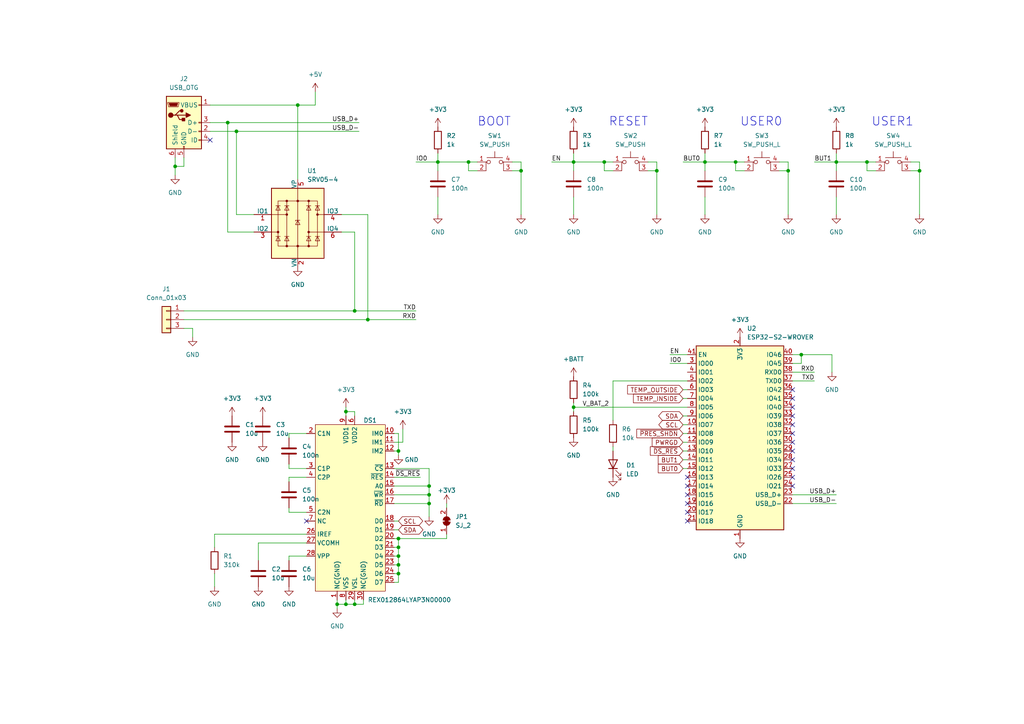
<source format=kicad_sch>
(kicad_sch (version 20211123) (generator eeschema)
  (paper "A4")
  (lib_symbols
    (symbol "Connector:USB_OTG" (pin_names (offset 1.016))
      (property "Reference" "J" (at -5.08 11.43 0))
      (property "Value" "USB_OTG" (at -5.08 8.89 0))
      (symbol "USB_OTG_0_1"
        (rectangle (start -5.08 -7.62) (end 5.08 7.62) (stroke (width 0.254)) (fill (type background)))
        (circle (center -3.81 2.159) (radius 0.635) (stroke (width 0.254)) (fill (type outline)))
        (circle (center -0.635 3.429) (radius 0.381) (stroke (width 0.254)) (fill (type outline)))
        (rectangle (start -0.127 -7.62) (end 0.127 -6.858))
        (polyline (pts (xy -1.905 2.159) (xy 0.635 2.159)) (stroke (width 0.254)))
        (polyline (pts (xy -3.175 2.159) (xy -2.54 2.159) (xy -1.27 3.429) (xy -0.635 3.429)) (stroke (width 0.254)))
        (polyline (pts (xy -2.54 2.159) (xy -1.905 2.159) (xy -1.27 0.889) (xy 0 0.889)) (stroke (width 0.254)))
        (polyline (pts (xy 0.635 2.794) (xy 0.635 1.524) (xy 1.905 2.159) (xy 0.635 2.794)) (stroke (width 0.254)) (fill (type outline)))
        (polyline (pts (xy -4.318 5.588) (xy -1.778 5.588) (xy -2.032 4.826) (xy -4.064 4.826) (xy -4.318 5.588)) (fill (type outline)))
        (polyline (pts (xy -4.699 5.842) (xy -4.699 5.588) (xy -4.445 4.826) (xy -4.445 4.572) (xy -1.651 4.572) (xy -1.651 4.826) (xy -1.397 5.588) (xy -1.397 5.842) (xy -4.699 5.842)))
        (rectangle (start 0.254 1.27) (end -0.508 0.508) (stroke (width 0.254)) (fill (type outline)))
        (rectangle (start 5.08 -5.207) (end 4.318 -4.953))
        (rectangle (start 5.08 -2.667) (end 4.318 -2.413))
        (rectangle (start 5.08 -0.127) (end 4.318 0.127))
        (rectangle (start 5.08 4.953) (end 4.318 5.207))
      )
      (symbol "USB_OTG_1_1"
        (pin passive line (at 7.62 5.08 180) (length 2.54) (name "VBUS") (number "1"))
        (pin bidirectional line (at 7.62 -2.54 180) (length 2.54) (name "D-") (number "2"))
        (pin bidirectional line (at 7.62 0 180) (length 2.54) (name "D+") (number "3"))
        (pin passive line (at 7.62 -5.08 180) (length 2.54) (name "ID") (number "4"))
        (pin passive line (at 0 -10.16 90) (length 2.54) (name "GND") (number "5"))
        (pin passive line (at -2.54 -10.16 90) (length 2.54) (name "Shield") (number "6"))
      )
    )
    (symbol "Connector_Generic:Conn_01x03" (pin_names (offset 1.016) hide)
      (property "Reference" "J" (at 0 5.08 0))
      (property "Value" "Conn_01x03" (at 0 -5.08 0))
      (symbol "Conn_01x03_1_1"
        (rectangle (start -1.27 -2.413) (end 0 -2.667) (stroke (width 0.1524)))
        (rectangle (start -1.27 0.127) (end 0 -0.127) (stroke (width 0.1524)))
        (rectangle (start -1.27 2.667) (end 0 2.413) (stroke (width 0.1524)))
        (rectangle (start -1.27 3.81) (end 1.27 -3.81) (stroke (width 0.254)) (fill (type background)))
        (pin passive line (at -5.08 2.54 0) (length 3.81) (name "Pin_1") (number "1"))
        (pin passive line (at -5.08 0 0) (length 3.81) (name "Pin_2") (number "2"))
        (pin passive line (at -5.08 -2.54 0) (length 3.81) (name "Pin_3") (number "3"))
      )
    )
    (symbol "Device:C" (pin_numbers hide) (pin_names (offset 0.254))
      (property "Reference" "C" (at 0.635 2.54 0))
      (property "Value" "C" (at 0.635 -2.54 0))
      (symbol "C_0_1"
        (polyline (pts (xy -2.032 -0.762) (xy 2.032 -0.762)) (stroke (width 0.508)))
        (polyline (pts (xy -2.032 0.762) (xy 2.032 0.762)) (stroke (width 0.508)))
      )
      (symbol "C_1_1"
        (pin passive line (at 0 3.81 270) (length 2.794) (name "~") (number "1"))
        (pin passive line (at 0 -3.81 90) (length 2.794) (name "~") (number "2"))
      )
    )
    (symbol "Device:LED" (pin_numbers hide) (pin_names (offset 1.016) hide)
      (property "Reference" "D" (at 0 2.54 0))
      (property "Value" "LED" (at 0 -2.54 0))
      (symbol "LED_0_1"
        (polyline (pts (xy -1.27 -1.27) (xy -1.27 1.27)) (stroke (width 0.254)))
        (polyline (pts (xy -1.27 0) (xy 1.27 0)))
        (polyline (pts (xy 1.27 -1.27) (xy 1.27 1.27) (xy -1.27 0) (xy 1.27 -1.27)) (stroke (width 0.254)))
        (polyline (pts (xy -3.048 -0.762) (xy -4.572 -2.286) (xy -3.81 -2.286) (xy -4.572 -2.286) (xy -4.572 -1.524)))
        (polyline (pts (xy -1.778 -0.762) (xy -3.302 -2.286) (xy -2.54 -2.286) (xy -3.302 -2.286) (xy -3.302 -1.524)))
      )
      (symbol "LED_1_1"
        (pin passive line (at -3.81 0 0) (length 2.54) (name "K") (number "1"))
        (pin passive line (at 3.81 0 180) (length 2.54) (name "A") (number "2"))
      )
    )
    (symbol "Device:R" (pin_numbers hide) (pin_names (offset 0))
      (property "Reference" "R" (at 2.032 0 90))
      (property "Value" "R" (at 0 0 90))
      (symbol "R_0_1"
        (rectangle (start -1.016 -2.54) (end 1.016 2.54) (stroke (width 0.254)))
      )
      (symbol "R_1_1"
        (pin passive line (at 0 3.81 270) (length 1.27) (name "~") (number "1"))
        (pin passive line (at 0 -3.81 90) (length 1.27) (name "~") (number "2"))
      )
    )
    (symbol "Jumper:SolderJumper_2_Bridged" (pin_names (offset 0) hide)
      (property "Reference" "JP" (at 0 2.032 0))
      (property "Value" "SolderJumper_2_Bridged" (at 0 -2.54 0))
      (symbol "SolderJumper_2_Bridged_0_1"
        (rectangle (start -0.508 0.508) (end 0.508 -0.508) (fill (type outline)))
        (arc (start -0.254 1.016) (mid -1.27 0) (end -0.254 -1.016))
        (arc (start -0.254 1.016) (mid -1.27 0) (end -0.254 -1.016) (fill (type outline)))
        (polyline (pts (xy -0.254 1.016) (xy -0.254 -1.016)))
        (polyline (pts (xy 0.254 1.016) (xy 0.254 -1.016)))
        (arc (start 0.254 -1.016) (mid 1.27 0) (end 0.254 1.016))
        (arc (start 0.254 -1.016) (mid 1.27 0) (end 0.254 1.016) (fill (type outline)))
      )
      (symbol "SolderJumper_2_Bridged_1_1"
        (pin passive line (at -3.81 0 0) (length 2.54) (name "A") (number "1"))
        (pin passive line (at 3.81 0 180) (length 2.54) (name "B") (number "2"))
      )
    )
    (symbol "Power_Protection:SRV05-4" (pin_names (offset 0))
      (property "Reference" "U" (at -5.08 11.43 0))
      (property "Value" "SRV05-4" (at 2.54 11.43 0))
      (symbol "SRV05-4_0_0"
        (rectangle (start -5.715 6.477) (end 5.715 -6.604))
        (polyline (pts (xy -3.175 -6.604) (xy -3.175 6.477)))
        (polyline (pts (xy 3.175 6.477) (xy 3.175 -6.604)))
      )
      (symbol "SRV05-4_0_1"
        (rectangle (start -7.62 10.16) (end 7.62 -10.16) (stroke (width 0.254)) (fill (type background)))
        (circle (center -5.715 -2.54) (radius 0.2794) (fill (type outline)))
        (circle (center -3.175 -6.604) (radius 0.2794) (fill (type outline)))
        (circle (center -3.175 2.54) (radius 0.2794) (fill (type outline)))
        (circle (center -3.175 6.477) (radius 0.2794) (fill (type outline)))
        (circle (center 0 -6.604) (radius 0.2794) (fill (type outline)))
        (polyline (pts (xy -7.747 2.54) (xy -3.175 2.54)))
        (polyline (pts (xy -7.62 -2.54) (xy -5.715 -2.54)))
        (polyline (pts (xy -5.08 -3.81) (xy -6.35 -3.81)))
        (polyline (pts (xy -5.08 5.08) (xy -6.35 5.08)))
        (polyline (pts (xy -2.54 -3.81) (xy -3.81 -3.81)))
        (polyline (pts (xy -2.54 5.08) (xy -3.81 5.08)))
        (polyline (pts (xy 0 10.16) (xy 0 -10.16)))
        (polyline (pts (xy 3.81 -3.81) (xy 2.54 -3.81)))
        (polyline (pts (xy 3.81 5.08) (xy 2.54 5.08)))
        (polyline (pts (xy 6.35 -3.81) (xy 5.08 -3.81)))
        (polyline (pts (xy 6.35 5.08) (xy 5.08 5.08)))
        (polyline (pts (xy 7.62 -2.54) (xy 3.175 -2.54)))
        (polyline (pts (xy 7.62 2.54) (xy 5.715 2.54)))
        (polyline (pts (xy 0.635 0.889) (xy -0.635 0.889) (xy -0.635 0.635)))
        (polyline (pts (xy -5.08 -5.08) (xy -6.35 -5.08) (xy -5.715 -3.81) (xy -5.08 -5.08)))
        (polyline (pts (xy -5.08 3.81) (xy -6.35 3.81) (xy -5.715 5.08) (xy -5.08 3.81)))
        (polyline (pts (xy -2.54 -5.08) (xy -3.81 -5.08) (xy -3.175 -3.81) (xy -2.54 -5.08)))
        (polyline (pts (xy -2.54 3.81) (xy -3.81 3.81) (xy -3.175 5.08) (xy -2.54 3.81)))
        (polyline (pts (xy 0.635 -0.381) (xy -0.635 -0.381) (xy 0 0.889) (xy 0.635 -0.381)))
        (polyline (pts (xy 3.81 -5.08) (xy 2.54 -5.08) (xy 3.175 -3.81) (xy 3.81 -5.08)))
        (polyline (pts (xy 3.81 3.81) (xy 2.54 3.81) (xy 3.175 5.08) (xy 3.81 3.81)))
        (polyline (pts (xy 6.35 -5.08) (xy 5.08 -5.08) (xy 5.715 -3.81) (xy 6.35 -5.08)))
        (polyline (pts (xy 6.35 3.81) (xy 5.08 3.81) (xy 5.715 5.08) (xy 6.35 3.81)))
        (circle (center 0 6.477) (radius 0.2794) (fill (type outline)))
        (circle (center 3.175 -6.604) (radius 0.2794) (fill (type outline)))
        (circle (center 3.175 -2.54) (radius 0.2794) (fill (type outline)))
        (circle (center 3.175 6.477) (radius 0.2794) (fill (type outline)))
        (circle (center 5.715 2.54) (radius 0.2794) (fill (type outline)))
      )
      (symbol "SRV05-4_1_1"
        (pin passive line (at -12.7 2.54 0) (length 5.08) (name "IO1") (number "1"))
        (pin passive line (at 0 -12.7 90) (length 2.54) (name "VN") (number "2"))
        (pin passive line (at -12.7 -2.54 0) (length 5.08) (name "IO2") (number "3"))
        (pin passive line (at 12.7 2.54 180) (length 5.08) (name "IO3") (number "4"))
        (pin passive line (at 0 12.7 270) (length 2.54) (name "VP") (number "5"))
        (pin passive line (at 12.7 -2.54 180) (length 5.08) (name "IO4") (number "6"))
      )
    )
    (symbol "RF_Module:ESP32-S2-WROVER"
      (property "Reference" "U" (at -12.7 29.21 0))
      (property "Value" "ESP32-S2-WROVER" (at 2.54 29.21 0))
      (symbol "ESP32-S2-WROVER_0_1"
        (rectangle (start -12.7 27.94) (end 12.7 -25.4) (stroke (width 0.254)) (fill (type background)))
      )
      (symbol "ESP32-S2-WROVER_1_1"
        (pin power_in line (at 0 -27.94 90) (length 2.54) (name "GND") (number "1"))
        (pin bidirectional line (at -15.24 5.08 0) (length 2.54) (name "IO07") (number "10"))
        (pin bidirectional line (at -15.24 2.54 0) (length 2.54) (name "IO08") (number "11"))
        (pin bidirectional line (at -15.24 0 0) (length 2.54) (name "IO09") (number "12"))
        (pin bidirectional line (at -15.24 -2.54 0) (length 2.54) (name "IO10") (number "13"))
        (pin bidirectional line (at -15.24 -5.08 0) (length 2.54) (name "IO11") (number "14"))
        (pin bidirectional line (at -15.24 -7.62 0) (length 2.54) (name "IO12") (number "15"))
        (pin bidirectional line (at -15.24 -10.16 0) (length 2.54) (name "IO13") (number "16"))
        (pin bidirectional line (at -15.24 -12.7 0) (length 2.54) (name "IO14") (number "17"))
        (pin bidirectional line (at -15.24 -15.24 0) (length 2.54) (name "IO15") (number "18"))
        (pin bidirectional line (at -15.24 -17.78 0) (length 2.54) (name "IO16") (number "19"))
        (pin power_in line (at 0 30.48 270) (length 2.54) (name "3V3") (number "2"))
        (pin bidirectional line (at -15.24 -20.32 0) (length 2.54) (name "IO17") (number "20"))
        (pin bidirectional line (at -15.24 -22.86 0) (length 2.54) (name "IO18") (number "21"))
        (pin bidirectional line (at 15.24 -17.78 180) (length 2.54) (name "USB_D-") (number "22"))
        (pin bidirectional line (at 15.24 -15.24 180) (length 2.54) (name "USB_D+") (number "23"))
        (pin bidirectional line (at 15.24 -12.7 180) (length 2.54) (name "IO21") (number "24"))
        (pin bidirectional line (at 15.24 -10.16 180) (length 2.54) (name "IO26") (number "25"))
        (pin passive line (at 0 -27.94 90) (length 2.54) hide (name "GND") (number "26"))
        (pin bidirectional line (at 15.24 -7.62 180) (length 2.54) (name "IO33") (number "27"))
        (pin bidirectional line (at 15.24 -5.08 180) (length 2.54) (name "IO34") (number "28"))
        (pin bidirectional line (at 15.24 -2.54 180) (length 2.54) (name "IO35") (number "29"))
        (pin bidirectional line (at -15.24 22.86 0) (length 2.54) (name "IO00") (number "3"))
        (pin bidirectional line (at 15.24 0 180) (length 2.54) (name "IO36") (number "30"))
        (pin bidirectional line (at 15.24 2.54 180) (length 2.54) (name "IO37") (number "31"))
        (pin bidirectional line (at 15.24 5.08 180) (length 2.54) (name "IO38") (number "32"))
        (pin bidirectional line (at 15.24 7.62 180) (length 2.54) (name "IO39") (number "33"))
        (pin bidirectional line (at 15.24 10.16 180) (length 2.54) (name "IO40") (number "34"))
        (pin bidirectional line (at 15.24 12.7 180) (length 2.54) (name "IO41") (number "35"))
        (pin bidirectional line (at 15.24 15.24 180) (length 2.54) (name "IO42") (number "36"))
        (pin bidirectional line (at 15.24 17.78 180) (length 2.54) (name "TXD0") (number "37"))
        (pin bidirectional line (at 15.24 20.32 180) (length 2.54) (name "RXD0") (number "38"))
        (pin bidirectional line (at 15.24 22.86 180) (length 2.54) (name "IO45") (number "39"))
        (pin bidirectional line (at -15.24 20.32 0) (length 2.54) (name "IO01") (number "4"))
        (pin input line (at 15.24 25.4 180) (length 2.54) (name "IO46") (number "40"))
        (pin input line (at -15.24 25.4 0) (length 2.54) (name "EN") (number "41"))
        (pin passive line (at 0 -27.94 90) (length 2.54) hide (name "GND") (number "42"))
        (pin passive line (at 0 -27.94 90) (length 2.54) hide (name "GND") (number "43"))
        (pin bidirectional line (at -15.24 17.78 0) (length 2.54) (name "IO02") (number "5"))
        (pin bidirectional line (at -15.24 15.24 0) (length 2.54) (name "IO03") (number "6"))
        (pin bidirectional line (at -15.24 12.7 0) (length 2.54) (name "IO04") (number "7"))
        (pin bidirectional line (at -15.24 10.16 0) (length 2.54) (name "IO05") (number "8"))
        (pin bidirectional line (at -15.24 7.62 0) (length 2.54) (name "IO06") (number "9"))
      )
    )
    (symbol "Switch:SW_MEC_5E" (pin_names (offset 1.016) hide)
      (property "Reference" "SW" (at 0.635 5.715 0))
      (property "Value" "SW_MEC_5E" (at 0 -3.175 0))
      (symbol "SW_MEC_5E_0_1"
        (circle (center -1.778 2.54) (radius 0.508))
        (polyline (pts (xy -2.286 3.81) (xy 2.286 3.81)))
        (polyline (pts (xy 0 3.81) (xy 0 5.588)))
        (polyline (pts (xy -2.54 0) (xy -2.54 2.54) (xy -2.286 2.54)))
        (polyline (pts (xy 2.54 0) (xy 2.54 2.54) (xy 2.286 2.54)))
        (circle (center 1.778 2.54) (radius 0.508))
        (pin passive line (at -5.08 2.54 0) (length 2.54) (name "1") (number "1"))
        (pin passive line (at -5.08 0 0) (length 2.54) (name "2") (number "2"))
        (pin passive line (at 5.08 0 180) (length 2.54) (name "K") (number "3"))
        (pin passive line (at 5.08 2.54 180) (length 2.54) (name "A") (number "4"))
      )
    )
    (symbol "own:REX012864LYAP3N00000"
      (property "Reference" "DS" (at 6.35 25.4 0))
      (property "Value" "REX012864LYAP3N00000" (at 17.78 -25.4 0))
      (symbol "REX012864LYAP3N00000_0_0"
        (pin unspecified line (at -3.81 -26.67 90) (length 2.54) (name "NC(GND)") (number "1"))
        (pin unspecified line (at 12.7 21.59 180) (length 2.54) (name "IM0") (number "10"))
        (pin unspecified line (at 12.7 19.05 180) (length 2.54) (name "IM1") (number "11"))
        (pin unspecified line (at 12.7 16.51 180) (length 2.54) (name "IM2") (number "12"))
        (pin unspecified line (at 12.7 11.43 180) (length 2.54) (name "~{CS}") (number "13"))
        (pin unspecified line (at 12.7 8.89 180) (length 2.54) (name "~{RES}") (number "14"))
        (pin unspecified line (at 12.7 6.35 180) (length 2.54) (name "A0") (number "15"))
        (pin unspecified line (at 12.7 3.81 180) (length 2.54) (name "~{WR}") (number "16"))
        (pin unspecified line (at 12.7 1.27 180) (length 2.54) (name "~{RD}") (number "17"))
        (pin unspecified line (at 12.7 -3.81 180) (length 2.54) (name "D0") (number "18"))
        (pin unspecified line (at 12.7 -6.35 180) (length 2.54) (name "D1") (number "19"))
        (pin unspecified line (at -12.7 21.59 0) (length 2.54) (name "C1N") (number "2"))
        (pin unspecified line (at 12.7 -8.89 180) (length 2.54) (name "D2") (number "20"))
        (pin unspecified line (at 12.7 -11.43 180) (length 2.54) (name "D3") (number "21"))
        (pin unspecified line (at 12.7 -13.97 180) (length 2.54) (name "D4") (number "22"))
        (pin unspecified line (at 12.7 -16.51 180) (length 2.54) (name "D5") (number "23"))
        (pin unspecified line (at 12.7 -19.05 180) (length 2.54) (name "D6") (number "24"))
        (pin unspecified line (at 12.7 -21.59 180) (length 2.54) (name "D7") (number "25"))
        (pin unspecified line (at -12.7 -7.62 0) (length 2.54) (name "IREF") (number "26"))
        (pin unspecified line (at -12.7 -10.16 0) (length 2.54) (name "VCOMH") (number "27"))
        (pin unspecified line (at -12.7 -13.97 0) (length 2.54) (name "VPP") (number "28"))
        (pin unspecified line (at 1.27 -26.67 90) (length 2.54) (name "VSL") (number "29"))
        (pin unspecified line (at -12.7 11.43 0) (length 2.54) (name "C1P") (number "3"))
        (pin unspecified line (at 3.81 -26.67 90) (length 2.54) (name "NC(GND)") (number "30"))
        (pin unspecified line (at -12.7 8.89 0) (length 2.54) (name "C2P") (number "4"))
        (pin unspecified line (at -12.7 -1.27 0) (length 2.54) (name "C2N") (number "5"))
        (pin unspecified line (at 1.27 26.67 270) (length 2.54) (name "VDD2") (number "6"))
        (pin unspecified line (at -12.7 -3.81 0) (length 2.54) (name "NC") (number "7"))
        (pin unspecified line (at -1.27 -26.67 90) (length 2.54) (name "VSS") (number "8"))
        (pin unspecified line (at -1.27 26.67 270) (length 2.54) (name "VDD1") (number "9"))
      )
      (symbol "REX012864LYAP3N00000_0_1"
        (rectangle (start -10.16 24.13) (end 10.16 -24.13) (fill (type background)))
      )
    )
    (symbol "power:+3V3" (power) (pin_names (offset 0))
      (property "Value" "+3V3" (at 0 3.556 0))
      (symbol "+3V3_0_1"
        (polyline (pts (xy -0.762 1.27) (xy 0 2.54)))
        (polyline (pts (xy 0 0) (xy 0 2.54)))
        (polyline (pts (xy 0 2.54) (xy 0.762 1.27)))
      )
      (symbol "+3V3_1_1"
        (pin power_in line (at 0 0 90) (length 0) hide (name "+3V3") (number "1"))
      )
    )
    (symbol "power:+5V" (power) (pin_names (offset 0))
      (property "Value" "+5V" (at 0 3.556 0))
      (symbol "+5V_0_1"
        (polyline (pts (xy -0.762 1.27) (xy 0 2.54)))
        (polyline (pts (xy 0 0) (xy 0 2.54)))
        (polyline (pts (xy 0 2.54) (xy 0.762 1.27)))
      )
      (symbol "+5V_1_1"
        (pin power_in line (at 0 0 90) (length 0) hide (name "+5V") (number "1"))
      )
    )
    (symbol "power:+BATT" (power) (pin_names (offset 0))
      (property "Value" "+BATT" (at 0 3.556 0))
      (symbol "+BATT_0_1"
        (polyline (pts (xy -0.762 1.27) (xy 0 2.54)))
        (polyline (pts (xy 0 0) (xy 0 2.54)))
        (polyline (pts (xy 0 2.54) (xy 0.762 1.27)))
      )
      (symbol "+BATT_1_1"
        (pin power_in line (at 0 0 90) (length 0) hide (name "+BATT") (number "1"))
      )
    )
    (symbol "power:GND" (power) (pin_names (offset 0))
      (property "Value" "GND" (at 0 -3.81 0))
      (symbol "GND_0_1"
        (polyline (pts (xy 0 0) (xy 0 -1.27) (xy 1.27 -1.27) (xy 0 -2.54) (xy -1.27 -1.27) (xy 0 -1.27)))
      )
      (symbol "GND_1_1"
        (pin power_in line (at 0 0 270) (length 0) hide (name "GND") (number "1"))
      )
    )
  )
  (junction (at 100.33 175.26))
  (junction (at 115.57 156.21))
  (junction (at 175.26 46.99))
  (junction (at 228.6 49.53))
  (junction (at 100.33 119.38))
  (junction (at 68.58 38.1))
  (junction (at 97.79 175.26))
  (junction (at 166.37 46.99))
  (junction (at 190.5 49.53))
  (junction (at 232.41 102.87))
  (junction (at 102.87 175.26))
  (junction (at 115.57 158.75))
  (junction (at 106.68 92.71))
  (junction (at 266.7 49.53))
  (junction (at 124.46 146.05))
  (junction (at 213.36 46.99))
  (junction (at 50.8 48.26))
  (junction (at 102.87 90.17))
  (junction (at 86.36 30.48))
  (junction (at 166.37 118.11))
  (junction (at 135.89 46.99))
  (junction (at 151.13 49.53))
  (junction (at 251.46 46.99))
  (junction (at 115.57 130.81))
  (junction (at 124.46 143.51))
  (junction (at 66.04 35.56))
  (junction (at 115.57 163.83))
  (junction (at 115.57 166.37))
  (junction (at 204.47 46.99))
  (junction (at 242.57 46.99))
  (junction (at 115.57 161.29))
  (junction (at 124.46 140.97))
  (junction (at 127 46.99))
  (no_connect (at 229.87 113.03))
  (no_connect (at 229.87 115.57))
  (no_connect (at 229.87 118.11))
  (no_connect (at 229.87 140.97))
  (no_connect (at 229.87 130.81))
  (no_connect (at 229.87 133.35))
  (no_connect (at 229.87 135.89))
  (no_connect (at 229.87 138.43))
  (no_connect (at 199.39 151.13))
  (no_connect (at 199.39 138.43))
  (no_connect (at 199.39 140.97))
  (no_connect (at 199.39 143.51))
  (no_connect (at 199.39 146.05))
  (no_connect (at 199.39 148.59))
  (no_connect (at 229.87 120.65))
  (no_connect (at 229.87 123.19))
  (no_connect (at 229.87 125.73))
  (no_connect (at 229.87 128.27))
  (no_connect (at 60.96 40.64))
  (no_connect (at 88.9 151.13))
  (wire (pts (xy 151.13 46.99) (xy 148.59 46.99)))
  (wire (pts (xy 228.6 49.53) (xy 228.6 46.99)))
  (wire (pts (xy 74.93 162.56) (xy 74.93 157.48)))
  (wire (pts (xy 120.65 46.99) (xy 127 46.99)))
  (wire (pts (xy 124.46 135.89) (xy 124.46 140.97)))
  (wire (pts (xy 97.79 175.26) (xy 97.79 176.53)))
  (wire (pts (xy 198.12 135.89) (xy 199.39 135.89)))
  (wire (pts (xy 175.26 46.99) (xy 177.8 46.99)))
  (wire (pts (xy 53.34 90.17) (xy 102.87 90.17)))
  (wire (pts (xy 229.87 110.49) (xy 236.22 110.49)))
  (wire (pts (xy 102.87 175.26) (xy 105.41 175.26)))
  (wire (pts (xy 88.9 125.73) (xy 83.82 125.73)))
  (wire (pts (xy 62.23 170.18) (xy 62.23 166.37)))
  (wire (pts (xy 198.12 133.35) (xy 199.39 133.35)))
  (wire (pts (xy 115.57 125.73) (xy 115.57 130.81)))
  (wire (pts (xy 97.79 173.99) (xy 97.79 175.26)))
  (wire (pts (xy 114.3 138.43) (xy 121.92 138.43)))
  (wire (pts (xy 160.02 46.99) (xy 166.37 46.99)))
  (wire (pts (xy 228.6 49.53) (xy 228.6 62.23)))
  (wire (pts (xy 60.96 30.48) (xy 86.36 30.48)))
  (wire (pts (xy 242.57 44.45) (xy 242.57 46.99)))
  (wire (pts (xy 53.34 48.26) (xy 53.34 45.72)))
  (wire (pts (xy 151.13 46.99) (xy 151.13 49.53)))
  (wire (pts (xy 105.41 175.26) (xy 105.41 173.99)))
  (wire (pts (xy 62.23 154.94) (xy 88.9 154.94)))
  (wire (pts (xy 242.57 57.15) (xy 242.57 62.23)))
  (wire (pts (xy 148.59 49.53) (xy 151.13 49.53)))
  (wire (pts (xy 116.84 128.27) (xy 116.84 124.46)))
  (wire (pts (xy 166.37 118.11) (xy 199.39 118.11)))
  (wire (pts (xy 198.12 128.27) (xy 199.39 128.27)))
  (wire (pts (xy 138.43 49.53) (xy 135.89 49.53)))
  (wire (pts (xy 127 57.15) (xy 127 62.23)))
  (wire (pts (xy 50.8 48.26) (xy 50.8 50.8)))
  (wire (pts (xy 114.3 143.51) (xy 124.46 143.51)))
  (wire (pts (xy 190.5 49.53) (xy 190.5 62.23)))
  (wire (pts (xy 177.8 110.49) (xy 177.8 121.92)))
  (wire (pts (xy 114.3 168.91) (xy 115.57 168.91)))
  (wire (pts (xy 236.22 46.99) (xy 242.57 46.99)))
  (wire (pts (xy 114.3 128.27) (xy 116.84 128.27)))
  (wire (pts (xy 60.96 35.56) (xy 66.04 35.56)))
  (wire (pts (xy 204.47 46.99) (xy 204.47 49.53)))
  (wire (pts (xy 115.57 158.75) (xy 115.57 156.21)))
  (wire (pts (xy 102.87 90.17) (xy 120.65 90.17)))
  (wire (pts (xy 187.96 49.53) (xy 190.5 49.53)))
  (wire (pts (xy 50.8 45.72) (xy 50.8 48.26)))
  (wire (pts (xy 166.37 57.15) (xy 166.37 62.23)))
  (wire (pts (xy 83.82 161.29) (xy 88.9 161.29)))
  (wire (pts (xy 114.3 161.29) (xy 115.57 161.29)))
  (wire (pts (xy 204.47 44.45) (xy 204.47 46.99)))
  (wire (pts (xy 124.46 143.51) (xy 124.46 140.97)))
  (wire (pts (xy 177.8 49.53) (xy 175.26 49.53)))
  (wire (pts (xy 251.46 46.99) (xy 254 46.99)))
  (wire (pts (xy 100.33 119.38) (xy 102.87 119.38)))
  (wire (pts (xy 106.68 62.23) (xy 106.68 92.71)))
  (wire (pts (xy 114.3 125.73) (xy 115.57 125.73)))
  (wire (pts (xy 229.87 105.41) (xy 232.41 105.41)))
  (wire (pts (xy 100.33 118.11) (xy 100.33 119.38)))
  (wire (pts (xy 62.23 154.94) (xy 62.23 158.75)))
  (wire (pts (xy 151.13 49.53) (xy 151.13 62.23)))
  (wire (pts (xy 91.44 30.48) (xy 91.44 26.67)))
  (wire (pts (xy 232.41 102.87) (xy 229.87 102.87)))
  (wire (pts (xy 127 44.45) (xy 127 46.99)))
  (wire (pts (xy 66.04 35.56) (xy 104.14 35.56)))
  (wire (pts (xy 127 46.99) (xy 127 49.53)))
  (wire (pts (xy 88.9 138.43) (xy 83.82 138.43)))
  (wire (pts (xy 166.37 44.45) (xy 166.37 46.99)))
  (wire (pts (xy 115.57 130.81) (xy 115.57 132.08)))
  (wire (pts (xy 124.46 149.86) (xy 124.46 146.05)))
  (wire (pts (xy 213.36 46.99) (xy 215.9 46.99)))
  (wire (pts (xy 266.7 46.99) (xy 266.7 49.53)))
  (wire (pts (xy 229.87 146.05) (xy 242.57 146.05)))
  (wire (pts (xy 114.3 163.83) (xy 115.57 163.83)))
  (wire (pts (xy 106.68 62.23) (xy 99.06 62.23)))
  (wire (pts (xy 198.12 113.03) (xy 199.39 113.03)))
  (wire (pts (xy 83.82 162.56) (xy 83.82 161.29)))
  (wire (pts (xy 106.68 92.71) (xy 120.65 92.71)))
  (wire (pts (xy 241.3 107.95) (xy 241.3 102.87)))
  (wire (pts (xy 177.8 129.54) (xy 177.8 130.81)))
  (wire (pts (xy 102.87 67.31) (xy 102.87 90.17)))
  (wire (pts (xy 100.33 175.26) (xy 102.87 175.26)))
  (wire (pts (xy 100.33 119.38) (xy 100.33 120.65)))
  (wire (pts (xy 124.46 146.05) (xy 124.46 143.51)))
  (wire (pts (xy 114.3 140.97) (xy 124.46 140.97)))
  (wire (pts (xy 124.46 135.89) (xy 114.3 135.89)))
  (wire (pts (xy 66.04 35.56) (xy 66.04 67.31)))
  (wire (pts (xy 226.06 49.53) (xy 228.6 49.53)))
  (wire (pts (xy 198.12 130.81) (xy 199.39 130.81)))
  (wire (pts (xy 229.87 107.95) (xy 236.22 107.95)))
  (wire (pts (xy 198.12 115.57) (xy 199.39 115.57)))
  (wire (pts (xy 175.26 46.99) (xy 175.26 49.53)))
  (wire (pts (xy 266.7 49.53) (xy 266.7 62.23)))
  (wire (pts (xy 115.57 153.67) (xy 114.3 153.67)))
  (wire (pts (xy 83.82 138.43) (xy 83.82 139.7)))
  (wire (pts (xy 114.3 130.81) (xy 115.57 130.81)))
  (wire (pts (xy 115.57 168.91) (xy 115.57 166.37)))
  (wire (pts (xy 60.96 38.1) (xy 68.58 38.1)))
  (wire (pts (xy 88.9 148.59) (xy 83.82 148.59)))
  (wire (pts (xy 73.66 62.23) (xy 68.58 62.23)))
  (wire (pts (xy 228.6 46.99) (xy 226.06 46.99)))
  (wire (pts (xy 115.57 166.37) (xy 115.57 163.83)))
  (wire (pts (xy 102.87 119.38) (xy 102.87 120.65)))
  (wire (pts (xy 198.12 125.73) (xy 199.39 125.73)))
  (wire (pts (xy 194.31 105.41) (xy 199.39 105.41)))
  (wire (pts (xy 127 46.99) (xy 135.89 46.99)))
  (wire (pts (xy 53.34 92.71) (xy 106.68 92.71)))
  (wire (pts (xy 102.87 175.26) (xy 102.87 173.99)))
  (wire (pts (xy 50.8 48.26) (xy 53.34 48.26)))
  (wire (pts (xy 114.3 166.37) (xy 115.57 166.37)))
  (wire (pts (xy 204.47 57.15) (xy 204.47 62.23)))
  (wire (pts (xy 194.31 102.87) (xy 199.39 102.87)))
  (wire (pts (xy 215.9 49.53) (xy 213.36 49.53)))
  (wire (pts (xy 242.57 46.99) (xy 242.57 49.53)))
  (wire (pts (xy 166.37 46.99) (xy 175.26 46.99)))
  (wire (pts (xy 135.89 49.53) (xy 135.89 46.99)))
  (wire (pts (xy 114.3 146.05) (xy 124.46 146.05)))
  (wire (pts (xy 83.82 135.89) (xy 83.82 134.62)))
  (wire (pts (xy 251.46 49.53) (xy 251.46 46.99)))
  (wire (pts (xy 166.37 116.84) (xy 166.37 118.11)))
  (wire (pts (xy 55.88 95.25) (xy 53.34 95.25)))
  (wire (pts (xy 198.12 120.65) (xy 199.39 120.65)))
  (wire (pts (xy 204.47 46.99) (xy 213.36 46.99)))
  (wire (pts (xy 229.87 143.51) (xy 242.57 143.51)))
  (wire (pts (xy 198.12 123.19) (xy 199.39 123.19)))
  (wire (pts (xy 114.3 158.75) (xy 115.57 158.75)))
  (wire (pts (xy 242.57 46.99) (xy 251.46 46.99)))
  (wire (pts (xy 68.58 38.1) (xy 104.14 38.1)))
  (wire (pts (xy 241.3 102.87) (xy 232.41 102.87)))
  (wire (pts (xy 232.41 102.87) (xy 232.41 105.41)))
  (wire (pts (xy 166.37 118.11) (xy 166.37 119.38)))
  (wire (pts (xy 135.89 46.99) (xy 138.43 46.99)))
  (wire (pts (xy 254 49.53) (xy 251.46 49.53)))
  (wire (pts (xy 129.54 156.21) (xy 129.54 154.94)))
  (wire (pts (xy 166.37 46.99) (xy 166.37 49.53)))
  (wire (pts (xy 68.58 38.1) (xy 68.58 62.23)))
  (wire (pts (xy 102.87 67.31) (xy 99.06 67.31)))
  (wire (pts (xy 115.57 156.21) (xy 129.54 156.21)))
  (wire (pts (xy 266.7 46.99) (xy 264.16 46.99)))
  (wire (pts (xy 86.36 30.48) (xy 91.44 30.48)))
  (wire (pts (xy 213.36 49.53) (xy 213.36 46.99)))
  (wire (pts (xy 190.5 46.99) (xy 187.96 46.99)))
  (wire (pts (xy 55.88 97.79) (xy 55.88 95.25)))
  (wire (pts (xy 88.9 135.89) (xy 83.82 135.89)))
  (wire (pts (xy 115.57 163.83) (xy 115.57 161.29)))
  (wire (pts (xy 97.79 175.26) (xy 100.33 175.26)))
  (wire (pts (xy 66.04 67.31) (xy 73.66 67.31)))
  (wire (pts (xy 190.5 46.99) (xy 190.5 49.53)))
  (wire (pts (xy 264.16 49.53) (xy 266.7 49.53)))
  (wire (pts (xy 83.82 125.73) (xy 83.82 127)))
  (wire (pts (xy 86.36 30.48) (xy 86.36 52.07)))
  (wire (pts (xy 114.3 156.21) (xy 115.57 156.21)))
  (wire (pts (xy 115.57 161.29) (xy 115.57 158.75)))
  (wire (pts (xy 100.33 173.99) (xy 100.33 175.26)))
  (wire (pts (xy 129.54 147.32) (xy 129.54 146.05)))
  (wire (pts (xy 74.93 157.48) (xy 88.9 157.48)))
  (wire (pts (xy 177.8 110.49) (xy 199.39 110.49)))
  (wire (pts (xy 198.12 46.99) (xy 204.47 46.99)))
  (wire (pts (xy 83.82 148.59) (xy 83.82 147.32)))
  (wire (pts (xy 115.57 151.13) (xy 114.3 151.13)))
  (text "USER0\n" (at 214.63 36.83 0) (effects (font (size 2.5 2.5)) (justify left bottom)))
  (text "RESET\n" (at 176.53 36.83 0) (effects (font (size 2.5 2.5)) (justify left bottom)))
  (text "USER1\n" (at 252.73 36.83 0) (effects (font (size 2.5 2.5)) (justify left bottom)))
  (text "BOOT" (at 138.43 36.83 0) (effects (font (size 2.5 2.5)) (justify left bottom)))
  (label "USB_D+" (at 242.57 143.51 180))
  (label "RXD" (at 236.22 107.95 180))
  (label "TXD" (at 236.22 110.49 180))
  (label "RXD" (at 120.65 92.71 180))
  (label "BUT0" (at 198.12 46.99 0))
  (label "~{DS_RES}" (at 121.92 138.43 180))
  (label "USB_D-" (at 104.14 38.1 180))
  (label "IO0" (at 194.31 105.41 0))
  (label "BUT1" (at 236.22 46.99 0))
  (label "EN" (at 160.02 46.99 0))
  (label "USB_D+" (at 104.14 35.56 180))
  (label "V_BAT_2" (at 168.91 118.11 0))
  (label "EN" (at 194.31 102.87 0))
  (label "IO0" (at 120.65 46.99 0))
  (label "TXD" (at 120.65 90.17 180))
  (label "USB_D-" (at 242.57 146.05 180))
  (global_label "SCL" (shape bidirectional) (at 198.12 123.19 180) (property "Intersheet References" "${INTERSHEET_REFS}" (effects hide)))
  (global_label "TEMP_OUTSIDE" (shape input) (at 198.12 113.03 180) (property "Intersheet References" "${INTERSHEET_REFS}" (effects hide)))
  (global_label "~{PRES_SHDN}" (shape input) (at 198.12 125.73 180) (property "Intersheet References" "${INTERSHEET_REFS}" (effects hide)))
  (global_label "BUT1" (shape input) (at 198.12 133.35 180) (property "Intersheet References" "${INTERSHEET_REFS}" (effects hide)))
  (global_label "SDA" (shape bidirectional) (at 115.57 153.67 0) (property "Intersheet References" "${INTERSHEET_REFS}" (effects hide)))
  (global_label "BUT0" (shape input) (at 198.12 135.89 180) (property "Intersheet References" "${INTERSHEET_REFS}" (effects hide)))
  (global_label "~{DS_RES}" (shape input) (at 198.12 130.81 180) (property "Intersheet References" "${INTERSHEET_REFS}" (effects hide)))
  (global_label "PWRGD" (shape input) (at 198.12 128.27 180) (property "Intersheet References" "${INTERSHEET_REFS}" (effects hide)))
  (global_label "SCL" (shape bidirectional) (at 115.57 151.13 0) (property "Intersheet References" "${INTERSHEET_REFS}" (effects hide)))
  (global_label "SDA" (shape bidirectional) (at 198.12 120.65 180) (property "Intersheet References" "${INTERSHEET_REFS}" (effects hide)))
  (global_label "TEMP_INSIDE" (shape input) (at 198.12 115.57 180) (property "Intersheet References" "${INTERSHEET_REFS}" (effects hide)))
  (symbol (lib_id "power:GND") (at 67.31 128.27 0) (unit 1)
    (property "Reference" "#PWR05" (effects hide))
    (property "Value" "GND" (at 67.31 133.35 0))
  )
  (symbol (lib_id "Connector_Generic:Conn_01x03") (at 48.26 92.71 0) (mirror y) (unit 1)
    (property "Reference" "J1" (at 48.26 83.82 0))
    (property "Value" "Conn_01x03" (at 48.26 86.36 0))
    (property "Footprint" "Connector_PinHeader_2.54mm:PinHeader_1x03_P2.54mm_Vertical" (effects hide))
  )
  (symbol (lib_id "power:GND") (at 97.79 176.53 0) (unit 1)
    (property "Reference" "#PWR012" (effects hide))
    (property "Value" "GND" (at 97.79 181.61 0))
  )
  (symbol (lib_id "Connector:USB_OTG") (at 53.34 35.56 0) (unit 1)
    (property "Reference" "J2" (at 53.34 22.86 0))
    (property "Value" "USB_OTG" (at 53.34 25.4 0))
    (property "Footprint" "Connector_USB:USB_Micro-AB_Molex_47590-0001" (effects hide))
    (property "Datasheet" " ~" (effects hide))
  )
  (symbol (lib_id "power:+3V3") (at 116.84 124.46 0) (unit 1)
    (property "Reference" "#PWR015" (effects hide))
    (property "Value" "+3V3" (at 116.84 119.38 0))
  )
  (symbol (lib_id "Switch:SW_MEC_5E") (at 220.98 49.53 0) (unit 1)
    (property "Reference" "SW3" (at 220.98 39.37 0))
    (property "Value" "SW_PUSH_L" (at 220.98 41.91 0))
    (property "Footprint" "Button_Switch_THT:SW_TH_Tactile_Omron_B3F-10xx" (effects hide))
    (property "Datasheet" "http://www.apem.com/int/index.php?controller=attachment&id_attachment=1371" (effects hide))
  )
  (symbol (lib_id "Device:C") (at 242.57 53.34 0) (unit 1)
    (property "Reference" "C10" (at 246.38 52.0699 0) (effects (justify left)))
    (property "Value" "100n" (at 246.38 54.6099 0) (effects (justify left)))
    (property "Footprint" "Capacitor_SMD:C_0805_2012Metric" (effects hide))
  )
  (symbol (lib_id "Switch:SW_MEC_5E") (at 259.08 49.53 0) (unit 1)
    (property "Reference" "SW4" (at 259.08 39.37 0))
    (property "Value" "SW_PUSH_L" (at 259.08 41.91 0))
    (property "Footprint" "Button_Switch_THT:SW_TH_Tactile_Omron_B3F-10xx" (effects hide))
    (property "Datasheet" "http://www.apem.com/int/index.php?controller=attachment&id_attachment=1371" (effects hide))
  )
  (symbol (lib_id "power:+3V3") (at 242.57 36.83 0) (unit 1)
    (property "Reference" "#PWR033" (effects hide))
    (property "Value" "+3V3" (at 242.57 31.75 0))
  )
  (symbol (lib_id "power:GND") (at 228.6 62.23 0) (unit 1)
    (property "Reference" "#PWR031" (effects hide))
    (property "Value" "GND" (at 228.6 67.31 0))
  )
  (symbol (lib_id "Device:C") (at 67.31 124.46 0) (unit 1)
    (property "Reference" "C1" (at 71.12 123.1899 0) (effects (justify left)))
    (property "Value" "10u" (at 71.12 125.7299 0) (effects (justify left)))
    (property "Footprint" "Capacitor_SMD:C_0805_2012Metric" (effects hide))
  )
  (symbol (lib_id "power:GND") (at 115.57 132.08 0) (unit 1)
    (property "Reference" "#PWR014" (effects hide))
    (property "Value" "GND" (at 119.38 133.35 0))
  )
  (symbol (lib_id "power:+3V3") (at 100.33 118.11 0) (unit 1)
    (property "Reference" "#PWR013" (effects hide))
    (property "Value" "+3V3" (at 100.33 113.03 0))
  )
  (symbol (lib_id "power:+3V3") (at 76.2 120.65 0) (unit 1)
    (property "Reference" "#PWR07" (effects hide))
    (property "Value" "+3V3" (at 76.2 115.57 0))
  )
  (symbol (lib_id "Power_Protection:SRV05-4") (at 86.36 64.77 0) (unit 1)
    (property "Reference" "U1" (at 89.1287 49.53 0) (effects (justify left)))
    (property "Value" "SRV05-4" (at 89.1287 52.07 0) (effects (justify left)))
    (property "Footprint" "Package_TO_SOT_SMD:SOT-23-6" (effects hide))
    (property "Datasheet" "http://www.onsemi.com/pub/Collateral/SRV05-4-D.PDF" (effects hide))
  )
  (symbol (lib_id "power:+5V") (at 91.44 26.67 0) (unit 1)
    (property "Reference" "#PWR011" (effects hide))
    (property "Value" "+5V" (at 91.44 21.59 0))
  )
  (symbol (lib_id "power:GND") (at 214.63 156.21 0) (unit 1)
    (property "Reference" "#PWR030" (effects hide))
    (property "Value" "GND" (at 214.63 161.29 0))
  )
  (symbol (lib_id "power:GND") (at 166.37 127 0) (unit 1)
    (property "Reference" "#PWR024" (effects hide))
    (property "Value" "GND" (at 166.37 132.08 0))
  )
  (symbol (lib_id "power:+3V3") (at 67.31 120.65 0) (unit 1)
    (property "Reference" "#PWR04" (effects hide))
    (property "Value" "+3V3" (at 67.31 115.57 0))
  )
  (symbol (lib_id "power:GND") (at 241.3 107.95 0) (unit 1)
    (property "Reference" "#PWR032" (effects hide))
    (property "Value" "GND" (at 241.3 113.03 0))
  )
  (symbol (lib_id "power:GND") (at 124.46 149.86 0) (unit 1)
    (property "Reference" "#PWR016" (effects hide))
    (property "Value" "GND" (at 124.46 154.94 0))
  )
  (symbol (lib_id "power:GND") (at 55.88 97.79 0) (unit 1)
    (property "Reference" "#PWR02" (effects hide))
    (property "Value" "GND" (at 55.88 102.87 0))
  )
  (symbol (lib_id "Device:C") (at 83.82 166.37 0) (unit 1)
    (property "Reference" "C6" (at 87.63 165.0999 0) (effects (justify left)))
    (property "Value" "10u" (at 87.63 167.6399 0) (effects (justify left)))
    (property "Footprint" "Capacitor_SMD:C_0805_2012Metric" (effects hide))
  )
  (symbol (lib_id "power:+3V3") (at 166.37 36.83 0) (unit 1)
    (property "Reference" "#PWR021" (effects hide))
    (property "Value" "+3V3" (at 166.37 31.75 0))
  )
  (symbol (lib_id "Device:C") (at 83.82 143.51 0) (unit 1)
    (property "Reference" "C5" (at 87.63 142.2399 0) (effects (justify left)))
    (property "Value" "100n" (at 87.63 144.7799 0) (effects (justify left)))
    (property "Footprint" "Capacitor_SMD:C_0805_2012Metric" (effects hide))
  )
  (symbol (lib_id "power:GND") (at 242.57 62.23 0) (unit 1)
    (property "Reference" "#PWR034" (effects hide))
    (property "Value" "GND" (at 242.57 67.31 0))
  )
  (symbol (lib_id "power:GND") (at 151.13 62.23 0) (unit 1)
    (property "Reference" "#PWR020" (effects hide))
    (property "Value" "GND" (at 151.13 67.31 0))
  )
  (symbol (lib_id "Device:C") (at 166.37 53.34 0) (unit 1)
    (property "Reference" "C8" (at 170.18 52.0699 0) (effects (justify left)))
    (property "Value" "100n" (at 170.18 54.6099 0) (effects (justify left)))
    (property "Footprint" "Capacitor_SMD:C_0805_2012Metric" (effects hide))
  )
  (symbol (lib_id "Switch:SW_MEC_5E") (at 143.51 49.53 0) (unit 1)
    (property "Reference" "SW1" (at 143.51 39.37 0))
    (property "Value" "SW_PUSH" (at 143.51 41.91 0))
    (property "Footprint" "Button_Switch_SMD:SW_SPST_Omron_B3FS-100xP" (effects hide))
    (property "Datasheet" "http://www.apem.com/int/index.php?controller=attachment&id_attachment=1371" (effects hide))
  )
  (symbol (lib_id "power:+3V3") (at 129.54 146.05 0) (unit 1)
    (property "Reference" "#PWR019" (effects hide))
    (property "Value" "+3V3" (at 129.54 142.24 0))
  )
  (symbol (lib_id "power:GND") (at 166.37 62.23 0) (unit 1)
    (property "Reference" "#PWR022" (effects hide))
    (property "Value" "GND" (at 166.37 67.31 0))
  )
  (symbol (lib_id "Jumper:SolderJumper_2_Bridged") (at 129.54 151.13 90) (unit 1)
    (property "Reference" "JP1" (at 132.08 149.8599 90) (effects (justify right)))
    (property "Value" "SJ_2" (at 132.08 152.3999 90) (effects (justify right)))
    (property "Footprint" "Jumper:SolderJumper-2_P1.3mm_Open_TrianglePad1.0x1.5mm" (effects hide))
  )
  (symbol (lib_id "power:GND") (at 74.93 170.18 0) (unit 1)
    (property "Reference" "#PWR06" (effects hide))
    (property "Value" "GND" (at 74.93 175.26 0))
  )
  (symbol (lib_id "power:GND") (at 127 62.23 0) (unit 1)
    (property "Reference" "#PWR018" (effects hide))
    (property "Value" "GND" (at 127 67.31 0))
  )
  (symbol (lib_id "Device:C") (at 76.2 124.46 0) (unit 1)
    (property "Reference" "C3" (at 80.01 123.1899 0) (effects (justify left)))
    (property "Value" "10u" (at 80.01 125.7299 0) (effects (justify left)))
    (property "Footprint" "Capacitor_SMD:C_0805_2012Metric" (effects hide))
  )
  (symbol (lib_id "Device:C") (at 127 53.34 0) (unit 1)
    (property "Reference" "C7" (at 130.81 52.0699 0) (effects (justify left)))
    (property "Value" "100n" (at 130.81 54.6099 0) (effects (justify left)))
    (property "Footprint" "Capacitor_SMD:C_0805_2012Metric" (effects hide))
  )
  (symbol (lib_id "Device:C") (at 83.82 130.81 0) (unit 1)
    (property "Reference" "C4" (at 87.63 129.5399 0) (effects (justify left)))
    (property "Value" "100n" (at 87.63 132.0799 0) (effects (justify left)))
    (property "Footprint" "Capacitor_SMD:C_0805_2012Metric" (effects hide))
  )
  (symbol (lib_id "Device:C") (at 204.47 53.34 0) (unit 1)
    (property "Reference" "C9" (at 208.28 52.0699 0) (effects (justify left)))
    (property "Value" "100n" (at 208.28 54.6099 0) (effects (justify left)))
    (property "Footprint" "Capacitor_SMD:C_0805_2012Metric" (effects hide))
  )
  (symbol (lib_id "power:GND") (at 177.8 138.43 0) (unit 1)
    (property "Reference" "#PWR025" (effects hide))
    (property "Value" "GND" (at 177.8 143.51 0))
  )
  (symbol (lib_id "Device:R") (at 204.47 40.64 0) (unit 1)
    (property "Reference" "R7" (at 207.01 39.3699 0) (effects (justify left)))
    (property "Value" "1k" (at 207.01 41.9099 0) (effects (justify left)))
    (property "Footprint" "Resistor_SMD:R_0805_2012Metric" (effects hide))
  )
  (symbol (lib_id "power:+3V3") (at 127 36.83 0) (unit 1)
    (property "Reference" "#PWR017" (effects hide))
    (property "Value" "+3V3" (at 127 31.75 0))
  )
  (symbol (lib_id "Device:C") (at 74.93 166.37 0) (unit 1)
    (property "Reference" "C2" (at 78.74 165.0999 0) (effects (justify left)))
    (property "Value" "10u" (at 78.74 167.6399 0) (effects (justify left)))
    (property "Footprint" "Capacitor_SMD:C_0805_2012Metric" (effects hide))
  )
  (symbol (lib_id "power:GND") (at 50.8 50.8 0) (unit 1)
    (property "Reference" "#PWR01" (effects hide))
    (property "Value" "GND" (at 50.8 55.88 0))
  )
  (symbol (lib_id "Device:R") (at 177.8 125.73 0) (unit 1)
    (property "Reference" "R6" (at 180.34 124.4599 0) (effects (justify left)))
    (property "Value" "10k" (at 180.34 126.9999 0) (effects (justify left)))
    (property "Footprint" "Resistor_SMD:R_0805_2012Metric" (effects hide))
  )
  (symbol (lib_id "Switch:SW_MEC_5E") (at 182.88 49.53 0) (unit 1)
    (property "Reference" "SW2" (at 182.88 39.37 0))
    (property "Value" "SW_PUSH" (at 182.88 41.91 0))
    (property "Footprint" "Button_Switch_SMD:SW_SPST_Omron_B3FS-100xP" (effects hide))
    (property "Datasheet" "http://www.apem.com/int/index.php?controller=attachment&id_attachment=1371" (effects hide))
  )
  (symbol (lib_id "power:GND") (at 76.2 128.27 0) (unit 1)
    (property "Reference" "#PWR08" (effects hide))
    (property "Value" "GND" (at 76.2 133.35 0))
  )
  (symbol (lib_id "power:GND") (at 190.5 62.23 0) (unit 1)
    (property "Reference" "#PWR026" (effects hide))
    (property "Value" "GND" (at 190.5 67.31 0))
  )
  (symbol (lib_id "power:+3V3") (at 214.63 97.79 0) (unit 1)
    (property "Reference" "#PWR029" (effects hide))
    (property "Value" "+3V3" (at 214.63 92.71 0))
  )
  (symbol (lib_id "power:GND") (at 86.36 77.47 0) (unit 1)
    (property "Reference" "#PWR010" (effects hide))
    (property "Value" "GND" (at 86.36 82.55 0))
  )
  (symbol (lib_id "power:GND") (at 83.82 170.18 0) (unit 1)
    (property "Reference" "#PWR09" (effects hide))
    (property "Value" "GND" (at 83.82 175.26 0))
  )
  (symbol (lib_id "Device:R") (at 242.57 40.64 0) (unit 1)
    (property "Reference" "R8" (at 245.11 39.3699 0) (effects (justify left)))
    (property "Value" "1k" (at 245.11 41.9099 0) (effects (justify left)))
    (property "Footprint" "Resistor_SMD:R_0805_2012Metric" (effects hide))
  )
  (symbol (lib_id "Device:R") (at 166.37 113.03 0) (unit 1)
    (property "Reference" "R4" (at 168.91 111.7599 0) (effects (justify left)))
    (property "Value" "100k" (at 168.91 114.2999 0) (effects (justify left)))
    (property "Footprint" "Resistor_SMD:R_0805_2012Metric" (effects hide))
  )
  (symbol (lib_id "power:+BATT") (at 166.37 109.22 0) (unit 1)
    (property "Reference" "#PWR023" (effects hide))
    (property "Value" "+BATT" (at 166.37 104.14 0))
  )
  (symbol (lib_id "Device:R") (at 127 40.64 0) (unit 1)
    (property "Reference" "R2" (at 129.54 39.3699 0) (effects (justify left)))
    (property "Value" "1k" (at 129.54 41.9099 0) (effects (justify left)))
    (property "Footprint" "Resistor_SMD:R_0805_2012Metric" (effects hide))
  )
  (symbol (lib_id "Device:R") (at 166.37 40.64 0) (unit 1)
    (property "Reference" "R3" (at 168.91 39.3699 0) (effects (justify left)))
    (property "Value" "1k" (at 168.91 41.9099 0) (effects (justify left)))
    (property "Footprint" "Resistor_SMD:R_0805_2012Metric" (effects hide))
  )
  (symbol (lib_id "power:GND") (at 204.47 62.23 0) (unit 1)
    (property "Reference" "#PWR028" (effects hide))
    (property "Value" "GND" (at 204.47 67.31 0))
  )
  (symbol (lib_id "power:GND") (at 266.7 62.23 0) (unit 1)
    (property "Reference" "#PWR035" (effects hide))
    (property "Value" "GND" (at 266.7 67.31 0))
  )
  (symbol (lib_id "power:GND") (at 62.23 170.18 0) (unit 1)
    (property "Reference" "#PWR03" (effects hide))
    (property "Value" "GND" (at 62.23 175.26 0))
  )
  (symbol (lib_id "Device:R") (at 62.23 162.56 0) (unit 1)
    (property "Reference" "R1" (at 64.77 161.2899 0) (effects (justify left)))
    (property "Value" "310k" (at 64.77 163.8299 0) (effects (justify left)))
    (property "Footprint" "Resistor_SMD:R_0805_2012Metric" (effects hide))
  )
  (symbol (lib_id "own:REX012864LYAP3N00000") (at 101.6 147.32 0) (unit 1)
    (property "Reference" "DS1" (at 105.41 121.92 0) (effects (justify left)))
    (property "Value" "REX012864LYAP3N00000" (at 106.68 173.99 0) (effects (justify left)))
    (property "Footprint" "own:REX012864LYAP3N00000" (effects hide))
  )
  (symbol (lib_id "RF_Module:ESP32-S2-WROVER") (at 214.63 128.27 0) (unit 1)
    (property "Reference" "U2" (at 216.6494 95.25 0) (effects (justify left)))
    (property "Value" "ESP32-S2-WROVER" (at 216.6494 97.79 0) (effects (justify left)))
    (property "Footprint" "RF_Module:ESP32-S2-WROVER" (effects hide))
    (property "Datasheet" "https://www.espressif.com/sites/default/files/documentation/esp32-s2-wroom_esp32-s2-wroom-i_datasheet_en.pdf" (effects hide))
  )
  (symbol (lib_id "Device:LED") (at 177.8 134.62 90) (unit 1)
    (property "Reference" "D1" (at 181.61 134.9374 90) (effects (justify right)))
    (property "Value" "LED" (at 181.61 137.4774 90) (effects (justify right)))
    (property "Footprint" "LED_SMD:LED_PLCC-2" (effects hide))
  )
  (symbol (lib_id "Device:R") (at 166.37 123.19 0) (unit 1)
    (property "Reference" "R5" (at 168.91 121.9199 0) (effects (justify left)))
    (property "Value" "100k" (at 168.91 124.4599 0) (effects (justify left)))
    (property "Footprint" "Resistor_SMD:R_0805_2012Metric" (effects hide))
  )
  (symbol (lib_id "power:+3V3") (at 204.47 36.83 0) (unit 1)
    (property "Reference" "#PWR027" (effects hide))
    (property "Value" "+3V3" (at 204.47 31.75 0))
  )
)
</source>
